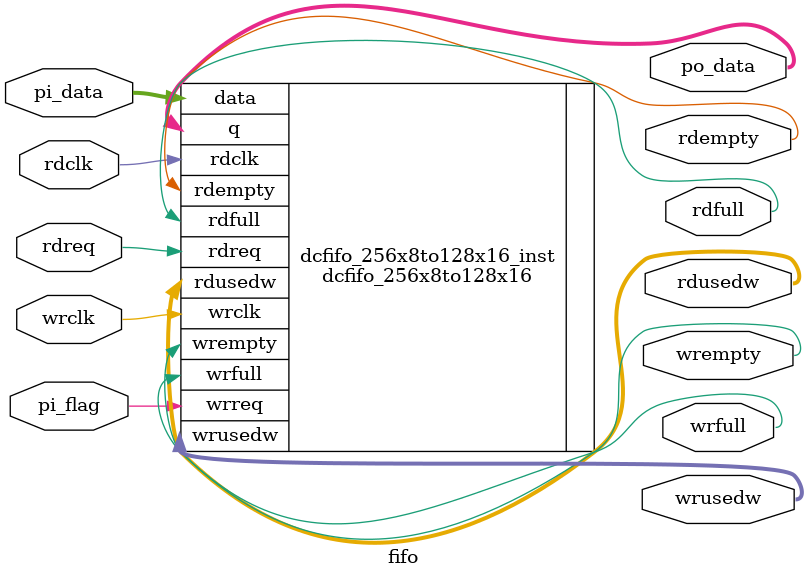
<source format=v>
module  fifo
(

    //fifo写端
    input  wire         wrclk    ,
    input  wire  [7:0]  pi_data  ,
    
    input  wire         pi_flag  , //输入数据有效信号，也是写请求信号
    
    //fifo读端
    input  wire         rdclk    ,
    input  wire         rdreq    ,
    
    //fifo写端
    output  wire        wrempty  ,
    output  wire        wrfull   ,
    
    output  wire  [7:0] wrusedw  , //写端口存在的数据个数，同步于wrclk时钟
    
    //fifo读端
    output  wire        rdempty  ,
    output  wire        rdfull   ,
    
    output  wire  [15:0] po_data  , //输出数据
    output  wire  [6:0] rdusedw   //读端口存在的数据个数
);


//******************实例化******************//
dcfifo_256x8to128x16	dcfifo_256x8to128x16_inst (
	.data        ( pi_data )   ,
	.rdclk       ( rdclk   ) ,
	.rdreq       ( rdreq ) ,
	.wrclk       ( wrclk ) ,
	.wrreq       ( pi_flag ),
	.q           ( po_data ),
	.rdempty     ( rdempty ),
	.rdfull      ( rdfull ),
	.rdusedw     ( rdusedw ),
	.wrempty     ( wrempty ),
	.wrfull      ( wrfull ),
	.wrusedw     ( wrusedw )
	);

endmodule
</source>
